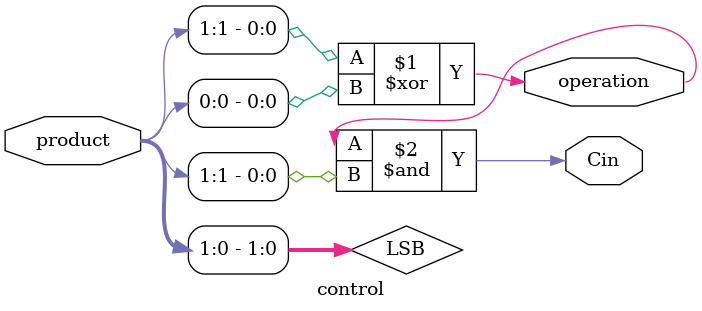
<source format=v>
module control(product, operation, Cin);
    input [64:0] product;
    output Cin, operation;

    wire [1:0] LSB;

    assign LSB[1] = product[1];
    assign LSB[0] = product[0];
    xor op(operation, LSB[1], LSB[0]); // 0 if skip, 1 if add/sub
    and AddSub(Cin, operation, LSB[1]); // sets Cin for add or sub

endmodule
</source>
